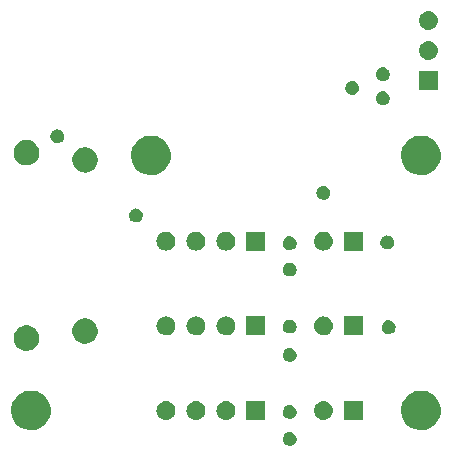
<source format=gbr>
G04 #@! TF.FileFunction,Soldermask,Bot*
%FSLAX46Y46*%
G04 Gerber Fmt 4.6, Leading zero omitted, Abs format (unit mm)*
G04 Created by KiCad (PCBNEW 4.0.2-stable) date Monday, September 10, 2018 'AMt' 08:27:29 AM*
%MOMM*%
G01*
G04 APERTURE LIST*
%ADD10C,0.050000*%
G04 APERTURE END LIST*
D10*
G36*
X127378861Y-99619189D02*
X127491089Y-99642226D01*
X127529844Y-99658517D01*
X127596704Y-99686622D01*
X127691684Y-99750687D01*
X127772415Y-99831984D01*
X127804113Y-99879695D01*
X127835814Y-99927408D01*
X127873797Y-100019563D01*
X127879473Y-100033333D01*
X127893157Y-100102444D01*
X127901725Y-100145716D01*
X127899898Y-100276574D01*
X127874516Y-100388295D01*
X127845805Y-100452780D01*
X127827918Y-100492956D01*
X127827917Y-100492957D01*
X127761877Y-100586576D01*
X127678910Y-100665584D01*
X127582177Y-100726972D01*
X127475363Y-100768402D01*
X127475360Y-100768403D01*
X127393268Y-100782878D01*
X127362536Y-100788297D01*
X127362535Y-100788297D01*
X127324355Y-100787497D01*
X127247994Y-100785898D01*
X127136099Y-100761296D01*
X127031113Y-100715429D01*
X126937036Y-100650044D01*
X126857451Y-100567631D01*
X126809327Y-100492957D01*
X126795388Y-100471328D01*
X126753213Y-100364806D01*
X126732532Y-100252124D01*
X126732532Y-100252121D01*
X126734131Y-100137565D01*
X126757951Y-100025501D01*
X126803084Y-99920198D01*
X126867811Y-99825666D01*
X126908739Y-99785587D01*
X126949668Y-99745506D01*
X127045533Y-99682775D01*
X127151758Y-99639857D01*
X127264296Y-99618389D01*
X127378861Y-99619189D01*
X127378861Y-99619189D01*
G37*
G36*
X105586057Y-96114916D02*
X105908066Y-96181015D01*
X106211099Y-96308398D01*
X106483619Y-96492216D01*
X106715250Y-96725469D01*
X106897157Y-96999262D01*
X107022424Y-97303183D01*
X107086255Y-97625551D01*
X107086255Y-97625559D01*
X107086271Y-97625640D01*
X107081029Y-98001100D01*
X107081010Y-98001183D01*
X107081010Y-98001191D01*
X107008203Y-98321649D01*
X106874500Y-98621951D01*
X106685013Y-98890566D01*
X106446966Y-99117255D01*
X106169421Y-99293390D01*
X105862941Y-99412266D01*
X105539218Y-99469347D01*
X105210573Y-99462463D01*
X104889518Y-99391874D01*
X104588294Y-99260273D01*
X104318364Y-99072666D01*
X104090016Y-98836206D01*
X103911945Y-98559894D01*
X103790936Y-98254258D01*
X103731596Y-97930942D01*
X103736186Y-97602248D01*
X103804530Y-97280717D01*
X103934026Y-96978577D01*
X104119741Y-96707347D01*
X104354605Y-96477351D01*
X104629665Y-96297358D01*
X104934449Y-96174217D01*
X105257345Y-96112621D01*
X105586057Y-96114916D01*
X105586057Y-96114916D01*
G37*
G36*
X138606057Y-96114916D02*
X138928066Y-96181015D01*
X139231099Y-96308398D01*
X139503619Y-96492216D01*
X139735250Y-96725469D01*
X139917157Y-96999262D01*
X140042424Y-97303183D01*
X140106255Y-97625551D01*
X140106255Y-97625559D01*
X140106271Y-97625640D01*
X140101029Y-98001100D01*
X140101010Y-98001183D01*
X140101010Y-98001191D01*
X140028203Y-98321649D01*
X139894500Y-98621951D01*
X139705013Y-98890566D01*
X139466966Y-99117255D01*
X139189421Y-99293390D01*
X138882941Y-99412266D01*
X138559218Y-99469347D01*
X138230573Y-99462463D01*
X137909518Y-99391874D01*
X137608294Y-99260273D01*
X137338364Y-99072666D01*
X137110016Y-98836206D01*
X136931945Y-98559894D01*
X136810936Y-98254258D01*
X136751596Y-97930942D01*
X136756186Y-97602248D01*
X136824530Y-97280717D01*
X136954026Y-96978577D01*
X137139741Y-96707347D01*
X137374605Y-96477351D01*
X137649665Y-96297358D01*
X137954449Y-96174217D01*
X138277345Y-96112621D01*
X138606057Y-96114916D01*
X138606057Y-96114916D01*
G37*
G36*
X116847184Y-96988823D02*
X116854549Y-96988874D01*
X116854553Y-96988874D01*
X116855063Y-96988878D01*
X117010456Y-97006308D01*
X117159503Y-97053589D01*
X117296529Y-97128919D01*
X117416313Y-97229430D01*
X117514293Y-97351292D01*
X117586737Y-97489865D01*
X117630886Y-97639870D01*
X117645057Y-97795593D01*
X117628713Y-97951104D01*
X117582474Y-98100477D01*
X117508102Y-98238025D01*
X117408430Y-98358508D01*
X117287254Y-98457336D01*
X117149191Y-98530746D01*
X116999498Y-98575941D01*
X116843877Y-98591200D01*
X116836123Y-98591200D01*
X116832816Y-98591177D01*
X116825451Y-98591126D01*
X116825447Y-98591126D01*
X116824937Y-98591122D01*
X116669544Y-98573692D01*
X116520497Y-98526411D01*
X116383471Y-98451081D01*
X116263687Y-98350570D01*
X116165707Y-98228708D01*
X116093263Y-98090135D01*
X116049114Y-97940130D01*
X116048278Y-97930939D01*
X116041788Y-97859627D01*
X116034943Y-97784407D01*
X116039663Y-97739501D01*
X116049972Y-97641408D01*
X116051287Y-97628896D01*
X116097526Y-97479523D01*
X116171898Y-97341975D01*
X116271570Y-97221492D01*
X116392746Y-97122664D01*
X116530809Y-97049254D01*
X116680502Y-97004059D01*
X116836123Y-96988800D01*
X116843877Y-96988800D01*
X116847184Y-96988823D01*
X116847184Y-96988823D01*
G37*
G36*
X119387184Y-96988823D02*
X119394549Y-96988874D01*
X119394553Y-96988874D01*
X119395063Y-96988878D01*
X119550456Y-97006308D01*
X119699503Y-97053589D01*
X119836529Y-97128919D01*
X119956313Y-97229430D01*
X120054293Y-97351292D01*
X120126737Y-97489865D01*
X120170886Y-97639870D01*
X120185057Y-97795593D01*
X120168713Y-97951104D01*
X120122474Y-98100477D01*
X120048102Y-98238025D01*
X119948430Y-98358508D01*
X119827254Y-98457336D01*
X119689191Y-98530746D01*
X119539498Y-98575941D01*
X119383877Y-98591200D01*
X119376123Y-98591200D01*
X119372816Y-98591177D01*
X119365451Y-98591126D01*
X119365447Y-98591126D01*
X119364937Y-98591122D01*
X119209544Y-98573692D01*
X119060497Y-98526411D01*
X118923471Y-98451081D01*
X118803687Y-98350570D01*
X118705707Y-98228708D01*
X118633263Y-98090135D01*
X118589114Y-97940130D01*
X118588278Y-97930939D01*
X118581788Y-97859627D01*
X118574943Y-97784407D01*
X118579663Y-97739501D01*
X118589972Y-97641408D01*
X118591287Y-97628896D01*
X118637526Y-97479523D01*
X118711898Y-97341975D01*
X118811570Y-97221492D01*
X118932746Y-97122664D01*
X119070809Y-97049254D01*
X119220502Y-97004059D01*
X119376123Y-96988800D01*
X119383877Y-96988800D01*
X119387184Y-96988823D01*
X119387184Y-96988823D01*
G37*
G36*
X121927184Y-96988823D02*
X121934549Y-96988874D01*
X121934553Y-96988874D01*
X121935063Y-96988878D01*
X122090456Y-97006308D01*
X122239503Y-97053589D01*
X122376529Y-97128919D01*
X122496313Y-97229430D01*
X122594293Y-97351292D01*
X122666737Y-97489865D01*
X122710886Y-97639870D01*
X122725057Y-97795593D01*
X122708713Y-97951104D01*
X122662474Y-98100477D01*
X122588102Y-98238025D01*
X122488430Y-98358508D01*
X122367254Y-98457336D01*
X122229191Y-98530746D01*
X122079498Y-98575941D01*
X121923877Y-98591200D01*
X121916123Y-98591200D01*
X121912816Y-98591177D01*
X121905451Y-98591126D01*
X121905447Y-98591126D01*
X121904937Y-98591122D01*
X121749544Y-98573692D01*
X121600497Y-98526411D01*
X121463471Y-98451081D01*
X121343687Y-98350570D01*
X121245707Y-98228708D01*
X121173263Y-98090135D01*
X121129114Y-97940130D01*
X121128278Y-97930939D01*
X121121788Y-97859627D01*
X121114943Y-97784407D01*
X121119663Y-97739501D01*
X121129972Y-97641408D01*
X121131287Y-97628896D01*
X121177526Y-97479523D01*
X121251898Y-97341975D01*
X121351570Y-97221492D01*
X121472746Y-97122664D01*
X121610809Y-97049254D01*
X121760502Y-97004059D01*
X121916123Y-96988800D01*
X121923877Y-96988800D01*
X121927184Y-96988823D01*
X121927184Y-96988823D01*
G37*
G36*
X125261200Y-98591200D02*
X123658800Y-98591200D01*
X123658800Y-96988800D01*
X125261200Y-96988800D01*
X125261200Y-98591200D01*
X125261200Y-98591200D01*
G37*
G36*
X133516200Y-98591200D02*
X131913800Y-98591200D01*
X131913800Y-96988800D01*
X133516200Y-96988800D01*
X133516200Y-98591200D01*
X133516200Y-98591200D01*
G37*
G36*
X130182184Y-96988823D02*
X130189549Y-96988874D01*
X130189553Y-96988874D01*
X130190063Y-96988878D01*
X130345456Y-97006308D01*
X130494503Y-97053589D01*
X130631529Y-97128919D01*
X130751313Y-97229430D01*
X130849293Y-97351292D01*
X130921737Y-97489865D01*
X130965886Y-97639870D01*
X130980057Y-97795593D01*
X130963713Y-97951104D01*
X130917474Y-98100477D01*
X130843102Y-98238025D01*
X130743430Y-98358508D01*
X130622254Y-98457336D01*
X130484191Y-98530746D01*
X130334498Y-98575941D01*
X130178877Y-98591200D01*
X130171123Y-98591200D01*
X130167816Y-98591177D01*
X130160451Y-98591126D01*
X130160447Y-98591126D01*
X130159937Y-98591122D01*
X130004544Y-98573692D01*
X129855497Y-98526411D01*
X129718471Y-98451081D01*
X129598687Y-98350570D01*
X129500707Y-98228708D01*
X129428263Y-98090135D01*
X129384114Y-97940130D01*
X129383278Y-97930939D01*
X129376788Y-97859627D01*
X129369943Y-97784407D01*
X129374663Y-97739501D01*
X129384972Y-97641408D01*
X129386287Y-97628896D01*
X129432526Y-97479523D01*
X129506898Y-97341975D01*
X129606570Y-97221492D01*
X129727746Y-97122664D01*
X129865809Y-97049254D01*
X130015502Y-97004059D01*
X130171123Y-96988800D01*
X130178877Y-96988800D01*
X130182184Y-96988823D01*
X130182184Y-96988823D01*
G37*
G36*
X127378861Y-97333189D02*
X127491089Y-97356226D01*
X127529844Y-97372517D01*
X127596704Y-97400622D01*
X127691684Y-97464687D01*
X127772415Y-97545984D01*
X127804114Y-97593695D01*
X127835814Y-97641408D01*
X127873797Y-97733563D01*
X127879473Y-97747333D01*
X127889028Y-97795593D01*
X127901725Y-97859716D01*
X127899898Y-97990574D01*
X127874516Y-98102295D01*
X127845805Y-98166780D01*
X127827918Y-98206956D01*
X127827917Y-98206957D01*
X127761877Y-98300576D01*
X127678910Y-98379584D01*
X127582177Y-98440972D01*
X127475363Y-98482402D01*
X127475360Y-98482403D01*
X127393268Y-98496878D01*
X127362536Y-98502297D01*
X127362535Y-98502297D01*
X127324355Y-98501497D01*
X127247994Y-98499898D01*
X127136099Y-98475296D01*
X127031113Y-98429429D01*
X126937036Y-98364044D01*
X126857451Y-98281631D01*
X126829327Y-98237991D01*
X126795388Y-98185328D01*
X126753213Y-98078806D01*
X126732532Y-97966124D01*
X126733023Y-97930939D01*
X126734131Y-97851565D01*
X126757951Y-97739501D01*
X126803084Y-97634198D01*
X126867811Y-97539666D01*
X126929202Y-97479548D01*
X126949668Y-97459506D01*
X127045533Y-97396775D01*
X127151758Y-97353857D01*
X127264296Y-97332389D01*
X127378861Y-97333189D01*
X127378861Y-97333189D01*
G37*
G36*
X127378861Y-92507189D02*
X127491089Y-92530226D01*
X127529844Y-92546517D01*
X127596704Y-92574622D01*
X127691684Y-92638687D01*
X127772415Y-92719984D01*
X127791175Y-92748221D01*
X127835814Y-92815408D01*
X127873797Y-92907563D01*
X127879473Y-92921333D01*
X127893157Y-92990444D01*
X127901725Y-93033716D01*
X127899898Y-93164574D01*
X127874516Y-93276295D01*
X127845805Y-93340780D01*
X127827918Y-93380956D01*
X127827917Y-93380957D01*
X127761877Y-93474576D01*
X127678910Y-93553584D01*
X127582177Y-93614972D01*
X127475363Y-93656402D01*
X127475360Y-93656403D01*
X127393268Y-93670878D01*
X127362536Y-93676297D01*
X127362535Y-93676297D01*
X127324355Y-93675497D01*
X127247994Y-93673898D01*
X127136099Y-93649296D01*
X127031113Y-93603429D01*
X126937036Y-93538044D01*
X126857451Y-93455631D01*
X126809327Y-93380957D01*
X126795388Y-93359328D01*
X126753213Y-93252806D01*
X126732532Y-93140124D01*
X126732532Y-93140121D01*
X126734131Y-93025565D01*
X126757951Y-92913501D01*
X126803084Y-92808198D01*
X126867811Y-92713666D01*
X126908739Y-92673587D01*
X126949668Y-92633506D01*
X127045533Y-92570775D01*
X127151758Y-92527857D01*
X127264296Y-92506389D01*
X127378861Y-92507189D01*
X127378861Y-92507189D01*
G37*
G36*
X105145037Y-90594516D02*
X105351783Y-90636955D01*
X105546343Y-90718741D01*
X105721315Y-90836760D01*
X105870033Y-90986521D01*
X105985617Y-91160490D01*
X105986826Y-91162310D01*
X106004044Y-91204084D01*
X106067253Y-91357441D01*
X106108229Y-91564384D01*
X106108229Y-91564387D01*
X106108246Y-91564473D01*
X106104880Y-91805536D01*
X106104861Y-91805619D01*
X106104861Y-91805627D01*
X106058123Y-92011343D01*
X105972279Y-92204152D01*
X105850619Y-92376617D01*
X105697782Y-92522161D01*
X105519585Y-92635248D01*
X105322809Y-92711573D01*
X105114965Y-92748221D01*
X104903959Y-92743801D01*
X104697825Y-92698480D01*
X104504426Y-92613985D01*
X104331117Y-92493533D01*
X104184507Y-92341714D01*
X104070177Y-92164308D01*
X103992483Y-91968076D01*
X103954384Y-91760493D01*
X103957332Y-91549452D01*
X104001210Y-91343017D01*
X104084354Y-91149028D01*
X104203592Y-90974886D01*
X104354387Y-90827217D01*
X104530988Y-90711653D01*
X104726674Y-90632590D01*
X104933988Y-90593043D01*
X105145037Y-90594516D01*
X105145037Y-90594516D01*
G37*
G36*
X110095037Y-89994516D02*
X110301783Y-90036955D01*
X110496343Y-90118741D01*
X110671315Y-90236760D01*
X110820033Y-90386521D01*
X110936825Y-90562308D01*
X110936826Y-90562310D01*
X110960862Y-90620627D01*
X111017253Y-90757441D01*
X111058229Y-90964384D01*
X111058229Y-90964387D01*
X111058246Y-90964473D01*
X111054880Y-91205536D01*
X111054861Y-91205619D01*
X111054861Y-91205627D01*
X111008123Y-91411343D01*
X110922279Y-91604152D01*
X110800619Y-91776617D01*
X110647782Y-91922161D01*
X110469585Y-92035248D01*
X110272809Y-92111573D01*
X110064965Y-92148221D01*
X109853959Y-92143801D01*
X109647825Y-92098480D01*
X109454426Y-92013985D01*
X109281117Y-91893533D01*
X109134507Y-91741714D01*
X109020177Y-91564308D01*
X108942483Y-91368076D01*
X108904384Y-91160493D01*
X108907332Y-90949452D01*
X108951210Y-90743017D01*
X109034354Y-90549028D01*
X109153592Y-90374886D01*
X109304387Y-90227217D01*
X109480988Y-90111653D01*
X109676674Y-90032590D01*
X109883988Y-89993043D01*
X110095037Y-89994516D01*
X110095037Y-89994516D01*
G37*
G36*
X133516200Y-91428400D02*
X131913800Y-91428400D01*
X131913800Y-89826000D01*
X133516200Y-89826000D01*
X133516200Y-91428400D01*
X133516200Y-91428400D01*
G37*
G36*
X130182184Y-89826023D02*
X130189549Y-89826074D01*
X130189553Y-89826074D01*
X130190063Y-89826078D01*
X130345456Y-89843508D01*
X130494503Y-89890789D01*
X130631529Y-89966119D01*
X130751313Y-90066630D01*
X130849293Y-90188492D01*
X130921737Y-90327065D01*
X130965886Y-90477070D01*
X130980057Y-90632793D01*
X130963713Y-90788304D01*
X130917474Y-90937677D01*
X130843102Y-91075225D01*
X130743430Y-91195708D01*
X130622254Y-91294536D01*
X130484191Y-91367946D01*
X130334498Y-91413141D01*
X130178877Y-91428400D01*
X130171123Y-91428400D01*
X130167816Y-91428377D01*
X130160451Y-91428326D01*
X130160447Y-91428326D01*
X130159937Y-91428322D01*
X130004544Y-91410892D01*
X129855497Y-91363611D01*
X129718471Y-91288281D01*
X129598687Y-91187770D01*
X129500707Y-91065908D01*
X129428263Y-90927335D01*
X129384114Y-90777330D01*
X129369943Y-90621607D01*
X129370037Y-90620716D01*
X129386286Y-90466110D01*
X129386287Y-90466096D01*
X129432526Y-90316723D01*
X129506898Y-90179175D01*
X129606570Y-90058692D01*
X129727746Y-89959864D01*
X129865809Y-89886454D01*
X130015502Y-89841259D01*
X130171123Y-89826000D01*
X130178877Y-89826000D01*
X130182184Y-89826023D01*
X130182184Y-89826023D01*
G37*
G36*
X116847184Y-89826023D02*
X116854549Y-89826074D01*
X116854553Y-89826074D01*
X116855063Y-89826078D01*
X117010456Y-89843508D01*
X117159503Y-89890789D01*
X117296529Y-89966119D01*
X117416313Y-90066630D01*
X117514293Y-90188492D01*
X117586737Y-90327065D01*
X117630886Y-90477070D01*
X117645057Y-90632793D01*
X117628713Y-90788304D01*
X117582474Y-90937677D01*
X117508102Y-91075225D01*
X117408430Y-91195708D01*
X117287254Y-91294536D01*
X117149191Y-91367946D01*
X116999498Y-91413141D01*
X116843877Y-91428400D01*
X116836123Y-91428400D01*
X116832816Y-91428377D01*
X116825451Y-91428326D01*
X116825447Y-91428326D01*
X116824937Y-91428322D01*
X116669544Y-91410892D01*
X116520497Y-91363611D01*
X116383471Y-91288281D01*
X116263687Y-91187770D01*
X116165707Y-91065908D01*
X116093263Y-90927335D01*
X116049114Y-90777330D01*
X116034943Y-90621607D01*
X116035037Y-90620716D01*
X116051286Y-90466110D01*
X116051287Y-90466096D01*
X116097526Y-90316723D01*
X116171898Y-90179175D01*
X116271570Y-90058692D01*
X116392746Y-89959864D01*
X116530809Y-89886454D01*
X116680502Y-89841259D01*
X116836123Y-89826000D01*
X116843877Y-89826000D01*
X116847184Y-89826023D01*
X116847184Y-89826023D01*
G37*
G36*
X119387184Y-89826023D02*
X119394549Y-89826074D01*
X119394553Y-89826074D01*
X119395063Y-89826078D01*
X119550456Y-89843508D01*
X119699503Y-89890789D01*
X119836529Y-89966119D01*
X119956313Y-90066630D01*
X120054293Y-90188492D01*
X120126737Y-90327065D01*
X120170886Y-90477070D01*
X120185057Y-90632793D01*
X120168713Y-90788304D01*
X120122474Y-90937677D01*
X120048102Y-91075225D01*
X119948430Y-91195708D01*
X119827254Y-91294536D01*
X119689191Y-91367946D01*
X119539498Y-91413141D01*
X119383877Y-91428400D01*
X119376123Y-91428400D01*
X119372816Y-91428377D01*
X119365451Y-91428326D01*
X119365447Y-91428326D01*
X119364937Y-91428322D01*
X119209544Y-91410892D01*
X119060497Y-91363611D01*
X118923471Y-91288281D01*
X118803687Y-91187770D01*
X118705707Y-91065908D01*
X118633263Y-90927335D01*
X118589114Y-90777330D01*
X118574943Y-90621607D01*
X118575037Y-90620716D01*
X118591286Y-90466110D01*
X118591287Y-90466096D01*
X118637526Y-90316723D01*
X118711898Y-90179175D01*
X118811570Y-90058692D01*
X118932746Y-89959864D01*
X119070809Y-89886454D01*
X119220502Y-89841259D01*
X119376123Y-89826000D01*
X119383877Y-89826000D01*
X119387184Y-89826023D01*
X119387184Y-89826023D01*
G37*
G36*
X121927184Y-89826023D02*
X121934549Y-89826074D01*
X121934553Y-89826074D01*
X121935063Y-89826078D01*
X122090456Y-89843508D01*
X122239503Y-89890789D01*
X122376529Y-89966119D01*
X122496313Y-90066630D01*
X122594293Y-90188492D01*
X122666737Y-90327065D01*
X122710886Y-90477070D01*
X122725057Y-90632793D01*
X122708713Y-90788304D01*
X122662474Y-90937677D01*
X122588102Y-91075225D01*
X122488430Y-91195708D01*
X122367254Y-91294536D01*
X122229191Y-91367946D01*
X122079498Y-91413141D01*
X121923877Y-91428400D01*
X121916123Y-91428400D01*
X121912816Y-91428377D01*
X121905451Y-91428326D01*
X121905447Y-91428326D01*
X121904937Y-91428322D01*
X121749544Y-91410892D01*
X121600497Y-91363611D01*
X121463471Y-91288281D01*
X121343687Y-91187770D01*
X121245707Y-91065908D01*
X121173263Y-90927335D01*
X121129114Y-90777330D01*
X121114943Y-90621607D01*
X121115037Y-90620716D01*
X121131286Y-90466110D01*
X121131287Y-90466096D01*
X121177526Y-90316723D01*
X121251898Y-90179175D01*
X121351570Y-90058692D01*
X121472746Y-89959864D01*
X121610809Y-89886454D01*
X121760502Y-89841259D01*
X121916123Y-89826000D01*
X121923877Y-89826000D01*
X121927184Y-89826023D01*
X121927184Y-89826023D01*
G37*
G36*
X125261200Y-91428400D02*
X123658800Y-91428400D01*
X123658800Y-89826000D01*
X125261200Y-89826000D01*
X125261200Y-91428400D01*
X125261200Y-91428400D01*
G37*
G36*
X135760861Y-90157689D02*
X135873089Y-90180726D01*
X135891563Y-90188492D01*
X135978704Y-90225122D01*
X136073684Y-90289187D01*
X136154415Y-90370484D01*
X136175625Y-90402408D01*
X136217814Y-90465908D01*
X136235299Y-90508331D01*
X136261473Y-90571833D01*
X136274367Y-90636955D01*
X136283725Y-90684216D01*
X136281898Y-90815074D01*
X136281878Y-90815162D01*
X136281878Y-90815164D01*
X136279139Y-90827218D01*
X136256516Y-90926795D01*
X136238189Y-90967957D01*
X136209918Y-91031456D01*
X136202035Y-91042631D01*
X136143877Y-91125076D01*
X136060910Y-91204084D01*
X135964177Y-91265472D01*
X135857363Y-91306902D01*
X135857360Y-91306903D01*
X135775268Y-91321378D01*
X135744536Y-91326797D01*
X135744535Y-91326797D01*
X135706355Y-91325997D01*
X135629994Y-91324398D01*
X135518099Y-91299796D01*
X135413113Y-91253929D01*
X135319036Y-91188544D01*
X135239451Y-91106131D01*
X135239450Y-91106130D01*
X135177388Y-91009828D01*
X135148821Y-90937677D01*
X135135213Y-90903307D01*
X135123000Y-90836760D01*
X135114532Y-90790624D01*
X135115077Y-90751574D01*
X135116131Y-90676065D01*
X135139951Y-90564001D01*
X135185084Y-90458698D01*
X135249811Y-90364166D01*
X135308206Y-90306982D01*
X135331668Y-90284006D01*
X135427533Y-90221275D01*
X135533758Y-90178357D01*
X135646296Y-90156889D01*
X135760861Y-90157689D01*
X135760861Y-90157689D01*
G37*
G36*
X127378861Y-90094189D02*
X127491089Y-90117226D01*
X127529844Y-90133517D01*
X127596704Y-90161622D01*
X127691684Y-90225687D01*
X127772415Y-90306984D01*
X127804114Y-90354695D01*
X127835814Y-90402408D01*
X127862064Y-90466096D01*
X127879473Y-90508333D01*
X127890160Y-90562308D01*
X127901725Y-90620716D01*
X127899898Y-90751574D01*
X127899878Y-90751662D01*
X127899878Y-90751664D01*
X127891553Y-90788304D01*
X127874516Y-90863295D01*
X127856701Y-90903307D01*
X127827918Y-90967956D01*
X127827917Y-90967957D01*
X127761877Y-91061576D01*
X127678910Y-91140584D01*
X127582177Y-91201972D01*
X127475363Y-91243402D01*
X127475360Y-91243403D01*
X127393268Y-91257878D01*
X127362536Y-91263297D01*
X127362535Y-91263297D01*
X127324355Y-91262497D01*
X127247994Y-91260898D01*
X127136099Y-91236296D01*
X127031113Y-91190429D01*
X126937036Y-91125044D01*
X126857451Y-91042631D01*
X126850249Y-91031456D01*
X126795388Y-90946328D01*
X126753213Y-90839806D01*
X126732532Y-90727124D01*
X126733131Y-90684216D01*
X126734131Y-90612565D01*
X126757951Y-90500501D01*
X126803084Y-90395198D01*
X126867811Y-90300666D01*
X126908739Y-90260587D01*
X126949668Y-90220506D01*
X127045533Y-90157775D01*
X127151758Y-90114857D01*
X127264296Y-90093389D01*
X127378861Y-90094189D01*
X127378861Y-90094189D01*
G37*
G36*
X127378861Y-85268189D02*
X127491089Y-85291226D01*
X127529844Y-85307517D01*
X127596704Y-85335622D01*
X127691684Y-85399687D01*
X127772415Y-85480984D01*
X127804113Y-85528695D01*
X127835814Y-85576408D01*
X127873797Y-85668563D01*
X127879473Y-85682333D01*
X127893157Y-85751444D01*
X127901725Y-85794716D01*
X127899898Y-85925574D01*
X127874516Y-86037295D01*
X127845805Y-86101780D01*
X127827918Y-86141956D01*
X127827917Y-86141957D01*
X127761877Y-86235576D01*
X127678910Y-86314584D01*
X127582177Y-86375972D01*
X127475363Y-86417402D01*
X127475360Y-86417403D01*
X127393268Y-86431878D01*
X127362536Y-86437297D01*
X127362535Y-86437297D01*
X127324355Y-86436497D01*
X127247994Y-86434898D01*
X127136099Y-86410296D01*
X127031113Y-86364429D01*
X126937036Y-86299044D01*
X126857451Y-86216631D01*
X126809327Y-86141957D01*
X126795388Y-86120328D01*
X126753213Y-86013806D01*
X126732532Y-85901124D01*
X126732532Y-85901121D01*
X126734131Y-85786565D01*
X126757951Y-85674501D01*
X126803084Y-85569198D01*
X126867811Y-85474666D01*
X126908739Y-85434587D01*
X126949668Y-85394506D01*
X127045533Y-85331775D01*
X127151758Y-85288857D01*
X127264296Y-85267389D01*
X127378861Y-85268189D01*
X127378861Y-85268189D01*
G37*
G36*
X133516200Y-84265600D02*
X131913800Y-84265600D01*
X131913800Y-82663200D01*
X133516200Y-82663200D01*
X133516200Y-84265600D01*
X133516200Y-84265600D01*
G37*
G36*
X130182184Y-82663223D02*
X130189549Y-82663274D01*
X130189553Y-82663274D01*
X130190063Y-82663278D01*
X130345456Y-82680708D01*
X130494503Y-82727989D01*
X130631529Y-82803319D01*
X130751313Y-82903830D01*
X130849293Y-83025692D01*
X130921737Y-83164265D01*
X130965886Y-83314270D01*
X130978420Y-83452001D01*
X130980057Y-83469996D01*
X130976844Y-83500565D01*
X130963713Y-83625504D01*
X130917474Y-83774877D01*
X130843102Y-83912425D01*
X130743430Y-84032908D01*
X130622254Y-84131736D01*
X130484191Y-84205146D01*
X130334498Y-84250341D01*
X130178877Y-84265600D01*
X130171123Y-84265600D01*
X130167816Y-84265577D01*
X130160451Y-84265526D01*
X130160447Y-84265526D01*
X130159937Y-84265522D01*
X130004544Y-84248092D01*
X129855497Y-84200811D01*
X129718471Y-84125481D01*
X129598687Y-84024970D01*
X129500707Y-83903108D01*
X129428263Y-83764535D01*
X129384114Y-83614530D01*
X129369943Y-83458807D01*
X129386287Y-83303296D01*
X129432526Y-83153923D01*
X129506898Y-83016375D01*
X129606570Y-82895892D01*
X129727746Y-82797064D01*
X129865809Y-82723654D01*
X130015502Y-82678459D01*
X130171123Y-82663200D01*
X130178877Y-82663200D01*
X130182184Y-82663223D01*
X130182184Y-82663223D01*
G37*
G36*
X125261200Y-84265600D02*
X123658800Y-84265600D01*
X123658800Y-82663200D01*
X125261200Y-82663200D01*
X125261200Y-84265600D01*
X125261200Y-84265600D01*
G37*
G36*
X121927184Y-82663223D02*
X121934549Y-82663274D01*
X121934553Y-82663274D01*
X121935063Y-82663278D01*
X122090456Y-82680708D01*
X122239503Y-82727989D01*
X122376529Y-82803319D01*
X122496313Y-82903830D01*
X122594293Y-83025692D01*
X122666737Y-83164265D01*
X122710886Y-83314270D01*
X122723420Y-83452001D01*
X122725057Y-83469996D01*
X122721844Y-83500565D01*
X122708713Y-83625504D01*
X122662474Y-83774877D01*
X122588102Y-83912425D01*
X122488430Y-84032908D01*
X122367254Y-84131736D01*
X122229191Y-84205146D01*
X122079498Y-84250341D01*
X121923877Y-84265600D01*
X121916123Y-84265600D01*
X121912816Y-84265577D01*
X121905451Y-84265526D01*
X121905447Y-84265526D01*
X121904937Y-84265522D01*
X121749544Y-84248092D01*
X121600497Y-84200811D01*
X121463471Y-84125481D01*
X121343687Y-84024970D01*
X121245707Y-83903108D01*
X121173263Y-83764535D01*
X121129114Y-83614530D01*
X121114943Y-83458807D01*
X121131287Y-83303296D01*
X121177526Y-83153923D01*
X121251898Y-83016375D01*
X121351570Y-82895892D01*
X121472746Y-82797064D01*
X121610809Y-82723654D01*
X121760502Y-82678459D01*
X121916123Y-82663200D01*
X121923877Y-82663200D01*
X121927184Y-82663223D01*
X121927184Y-82663223D01*
G37*
G36*
X119387184Y-82663223D02*
X119394549Y-82663274D01*
X119394553Y-82663274D01*
X119395063Y-82663278D01*
X119550456Y-82680708D01*
X119699503Y-82727989D01*
X119836529Y-82803319D01*
X119956313Y-82903830D01*
X120054293Y-83025692D01*
X120126737Y-83164265D01*
X120170886Y-83314270D01*
X120183420Y-83452001D01*
X120185057Y-83469996D01*
X120181844Y-83500565D01*
X120168713Y-83625504D01*
X120122474Y-83774877D01*
X120048102Y-83912425D01*
X119948430Y-84032908D01*
X119827254Y-84131736D01*
X119689191Y-84205146D01*
X119539498Y-84250341D01*
X119383877Y-84265600D01*
X119376123Y-84265600D01*
X119372816Y-84265577D01*
X119365451Y-84265526D01*
X119365447Y-84265526D01*
X119364937Y-84265522D01*
X119209544Y-84248092D01*
X119060497Y-84200811D01*
X118923471Y-84125481D01*
X118803687Y-84024970D01*
X118705707Y-83903108D01*
X118633263Y-83764535D01*
X118589114Y-83614530D01*
X118574943Y-83458807D01*
X118591287Y-83303296D01*
X118637526Y-83153923D01*
X118711898Y-83016375D01*
X118811570Y-82895892D01*
X118932746Y-82797064D01*
X119070809Y-82723654D01*
X119220502Y-82678459D01*
X119376123Y-82663200D01*
X119383877Y-82663200D01*
X119387184Y-82663223D01*
X119387184Y-82663223D01*
G37*
G36*
X116847184Y-82663223D02*
X116854549Y-82663274D01*
X116854553Y-82663274D01*
X116855063Y-82663278D01*
X117010456Y-82680708D01*
X117159503Y-82727989D01*
X117296529Y-82803319D01*
X117416313Y-82903830D01*
X117514293Y-83025692D01*
X117586737Y-83164265D01*
X117630886Y-83314270D01*
X117643420Y-83452001D01*
X117645057Y-83469996D01*
X117641844Y-83500565D01*
X117628713Y-83625504D01*
X117582474Y-83774877D01*
X117508102Y-83912425D01*
X117408430Y-84032908D01*
X117287254Y-84131736D01*
X117149191Y-84205146D01*
X116999498Y-84250341D01*
X116843877Y-84265600D01*
X116836123Y-84265600D01*
X116832816Y-84265577D01*
X116825451Y-84265526D01*
X116825447Y-84265526D01*
X116824937Y-84265522D01*
X116669544Y-84248092D01*
X116520497Y-84200811D01*
X116383471Y-84125481D01*
X116263687Y-84024970D01*
X116165707Y-83903108D01*
X116093263Y-83764535D01*
X116049114Y-83614530D01*
X116034943Y-83458807D01*
X116051287Y-83303296D01*
X116097526Y-83153923D01*
X116171898Y-83016375D01*
X116271570Y-82895892D01*
X116392746Y-82797064D01*
X116530809Y-82723654D01*
X116680502Y-82678459D01*
X116836123Y-82663200D01*
X116843877Y-82663200D01*
X116847184Y-82663223D01*
X116847184Y-82663223D01*
G37*
G36*
X127378861Y-83045689D02*
X127491089Y-83068726D01*
X127529844Y-83085017D01*
X127596704Y-83113122D01*
X127691684Y-83177187D01*
X127772415Y-83258484D01*
X127793625Y-83290408D01*
X127835814Y-83353908D01*
X127853299Y-83396331D01*
X127879473Y-83459833D01*
X127881485Y-83469996D01*
X127901725Y-83572216D01*
X127899898Y-83703074D01*
X127874516Y-83814795D01*
X127856189Y-83855957D01*
X127827918Y-83919456D01*
X127820035Y-83930631D01*
X127761877Y-84013076D01*
X127678910Y-84092084D01*
X127582177Y-84153472D01*
X127475363Y-84194902D01*
X127475360Y-84194903D01*
X127393268Y-84209378D01*
X127362536Y-84214797D01*
X127362535Y-84214797D01*
X127324355Y-84213997D01*
X127247994Y-84212398D01*
X127136099Y-84187796D01*
X127031113Y-84141929D01*
X126937036Y-84076544D01*
X126857451Y-83994131D01*
X126857450Y-83994130D01*
X126795388Y-83897828D01*
X126753213Y-83791306D01*
X126732532Y-83678624D01*
X126733077Y-83639574D01*
X126734131Y-83564065D01*
X126757951Y-83452001D01*
X126803084Y-83346698D01*
X126867811Y-83252166D01*
X126926206Y-83194982D01*
X126949668Y-83172006D01*
X127045533Y-83109275D01*
X127151758Y-83066357D01*
X127264296Y-83044889D01*
X127378861Y-83045689D01*
X127378861Y-83045689D01*
G37*
G36*
X135633861Y-82982189D02*
X135746089Y-83005226D01*
X135772611Y-83016375D01*
X135851704Y-83049622D01*
X135946684Y-83113687D01*
X136027415Y-83194984D01*
X136059113Y-83242695D01*
X136090814Y-83290408D01*
X136128797Y-83382563D01*
X136134473Y-83396333D01*
X136145495Y-83452001D01*
X136156725Y-83508716D01*
X136154898Y-83639574D01*
X136129516Y-83751295D01*
X136111701Y-83791307D01*
X136082918Y-83855956D01*
X136082917Y-83855957D01*
X136016877Y-83949576D01*
X135933910Y-84028584D01*
X135837177Y-84089972D01*
X135745757Y-84125431D01*
X135730360Y-84131403D01*
X135648268Y-84145878D01*
X135617536Y-84151297D01*
X135617535Y-84151297D01*
X135579355Y-84150497D01*
X135502994Y-84148898D01*
X135391099Y-84124296D01*
X135286113Y-84078429D01*
X135192036Y-84013044D01*
X135112451Y-83930631D01*
X135100696Y-83912391D01*
X135050388Y-83834328D01*
X135008213Y-83727806D01*
X134987532Y-83615124D01*
X134988131Y-83572216D01*
X134989131Y-83500565D01*
X135012951Y-83388501D01*
X135058084Y-83283198D01*
X135122811Y-83188666D01*
X135163739Y-83148587D01*
X135204668Y-83108506D01*
X135300533Y-83045775D01*
X135406758Y-83002857D01*
X135519296Y-82981389D01*
X135633861Y-82982189D01*
X135633861Y-82982189D01*
G37*
G36*
X114361361Y-80696189D02*
X114473589Y-80719226D01*
X114512344Y-80735517D01*
X114579204Y-80763622D01*
X114674184Y-80827687D01*
X114754915Y-80908984D01*
X114786614Y-80956695D01*
X114818314Y-81004408D01*
X114856297Y-81096563D01*
X114861973Y-81110333D01*
X114875657Y-81179444D01*
X114884225Y-81222716D01*
X114882398Y-81353574D01*
X114857016Y-81465295D01*
X114828305Y-81529780D01*
X114810418Y-81569956D01*
X114810417Y-81569957D01*
X114744377Y-81663576D01*
X114661410Y-81742584D01*
X114564677Y-81803972D01*
X114457863Y-81845402D01*
X114457860Y-81845403D01*
X114375768Y-81859878D01*
X114345036Y-81865297D01*
X114345035Y-81865297D01*
X114306855Y-81864497D01*
X114230494Y-81862898D01*
X114118599Y-81838296D01*
X114013613Y-81792429D01*
X113919536Y-81727044D01*
X113839951Y-81644631D01*
X113791827Y-81569957D01*
X113777888Y-81548328D01*
X113735713Y-81441806D01*
X113715032Y-81329124D01*
X113715032Y-81329121D01*
X113716631Y-81214565D01*
X113740451Y-81102501D01*
X113785584Y-80997198D01*
X113850311Y-80902666D01*
X113891239Y-80862587D01*
X113932168Y-80822506D01*
X114028033Y-80759775D01*
X114134258Y-80716857D01*
X114246796Y-80695389D01*
X114361361Y-80696189D01*
X114361361Y-80696189D01*
G37*
G36*
X130236361Y-78791189D02*
X130348589Y-78814226D01*
X130387344Y-78830517D01*
X130454204Y-78858622D01*
X130549184Y-78922687D01*
X130629915Y-79003984D01*
X130661613Y-79051695D01*
X130693314Y-79099408D01*
X130731297Y-79191563D01*
X130736973Y-79205333D01*
X130750657Y-79274444D01*
X130759225Y-79317716D01*
X130757398Y-79448574D01*
X130732016Y-79560295D01*
X130703305Y-79624780D01*
X130685418Y-79664956D01*
X130685417Y-79664957D01*
X130619377Y-79758576D01*
X130536410Y-79837584D01*
X130439677Y-79898972D01*
X130332863Y-79940402D01*
X130332860Y-79940403D01*
X130250768Y-79954878D01*
X130220036Y-79960297D01*
X130220035Y-79960297D01*
X130181855Y-79959497D01*
X130105494Y-79957898D01*
X129993599Y-79933296D01*
X129888613Y-79887429D01*
X129794536Y-79822044D01*
X129714951Y-79739631D01*
X129666827Y-79664957D01*
X129652888Y-79643328D01*
X129610713Y-79536806D01*
X129590032Y-79424124D01*
X129590032Y-79424121D01*
X129591631Y-79309565D01*
X129615451Y-79197501D01*
X129660584Y-79092198D01*
X129725311Y-78997666D01*
X129766239Y-78957587D01*
X129807168Y-78917506D01*
X129903033Y-78854775D01*
X130009258Y-78811857D01*
X130121796Y-78790389D01*
X130236361Y-78791189D01*
X130236361Y-78791189D01*
G37*
G36*
X138606057Y-74524916D02*
X138928066Y-74591015D01*
X139231099Y-74718398D01*
X139503619Y-74902216D01*
X139735250Y-75135469D01*
X139917157Y-75409262D01*
X140042424Y-75713183D01*
X140106255Y-76035551D01*
X140106255Y-76035559D01*
X140106271Y-76035640D01*
X140101029Y-76411100D01*
X140101010Y-76411183D01*
X140101010Y-76411191D01*
X140028203Y-76731649D01*
X139894500Y-77031951D01*
X139705013Y-77300566D01*
X139466966Y-77527255D01*
X139189421Y-77703390D01*
X138882941Y-77822266D01*
X138559218Y-77879347D01*
X138230573Y-77872463D01*
X137909518Y-77801874D01*
X137608294Y-77670273D01*
X137383426Y-77513985D01*
X137338365Y-77482667D01*
X137279934Y-77422160D01*
X137110016Y-77246206D01*
X136931945Y-76969894D01*
X136810936Y-76664258D01*
X136751596Y-76340942D01*
X136756186Y-76012248D01*
X136824530Y-75690717D01*
X136954026Y-75388577D01*
X137139741Y-75117347D01*
X137374605Y-74887351D01*
X137649665Y-74707358D01*
X137954449Y-74584217D01*
X138277345Y-74522621D01*
X138606057Y-74524916D01*
X138606057Y-74524916D01*
G37*
G36*
X115746057Y-74524916D02*
X116068066Y-74591015D01*
X116371099Y-74718398D01*
X116643619Y-74902216D01*
X116875250Y-75135469D01*
X117057157Y-75409262D01*
X117182424Y-75713183D01*
X117246255Y-76035551D01*
X117246255Y-76035559D01*
X117246271Y-76035640D01*
X117241029Y-76411100D01*
X117241010Y-76411183D01*
X117241010Y-76411191D01*
X117168203Y-76731649D01*
X117034500Y-77031951D01*
X116845013Y-77300566D01*
X116606966Y-77527255D01*
X116329421Y-77703390D01*
X116022941Y-77822266D01*
X115699218Y-77879347D01*
X115370573Y-77872463D01*
X115049518Y-77801874D01*
X114748294Y-77670273D01*
X114523426Y-77513985D01*
X114478365Y-77482667D01*
X114419934Y-77422160D01*
X114250016Y-77246206D01*
X114071945Y-76969894D01*
X113950936Y-76664258D01*
X113891596Y-76340942D01*
X113896186Y-76012248D01*
X113964530Y-75690717D01*
X114094026Y-75388577D01*
X114279741Y-75117347D01*
X114514605Y-74887351D01*
X114789665Y-74707358D01*
X115094449Y-74584217D01*
X115417345Y-74522621D01*
X115746057Y-74524916D01*
X115746057Y-74524916D01*
G37*
G36*
X110095037Y-75494516D02*
X110301783Y-75536955D01*
X110496343Y-75618741D01*
X110671315Y-75736760D01*
X110820033Y-75886521D01*
X110936825Y-76062308D01*
X111017253Y-76257441D01*
X111058229Y-76464384D01*
X111058229Y-76464387D01*
X111058246Y-76464473D01*
X111054880Y-76705536D01*
X111054861Y-76705619D01*
X111054861Y-76705627D01*
X111008123Y-76911343D01*
X110922279Y-77104152D01*
X110800619Y-77276617D01*
X110647782Y-77422161D01*
X110469585Y-77535248D01*
X110272809Y-77611573D01*
X110064965Y-77648221D01*
X109853959Y-77643801D01*
X109647825Y-77598480D01*
X109454426Y-77513985D01*
X109281117Y-77393533D01*
X109134507Y-77241714D01*
X109020177Y-77064308D01*
X108942483Y-76868076D01*
X108904384Y-76660493D01*
X108907332Y-76449452D01*
X108951210Y-76243017D01*
X109034354Y-76049028D01*
X109153592Y-75874886D01*
X109304387Y-75727217D01*
X109480988Y-75611653D01*
X109676674Y-75532590D01*
X109883988Y-75493043D01*
X110095037Y-75494516D01*
X110095037Y-75494516D01*
G37*
G36*
X105145037Y-74894516D02*
X105351783Y-74936955D01*
X105546343Y-75018741D01*
X105721315Y-75136760D01*
X105870033Y-75286521D01*
X105986825Y-75462308D01*
X105986826Y-75462310D01*
X106000100Y-75494516D01*
X106067253Y-75657441D01*
X106108229Y-75864384D01*
X106108229Y-75864387D01*
X106108246Y-75864473D01*
X106104880Y-76105536D01*
X106104861Y-76105619D01*
X106104861Y-76105627D01*
X106058123Y-76311343D01*
X105972279Y-76504152D01*
X105850619Y-76676617D01*
X105697782Y-76822161D01*
X105519585Y-76935248D01*
X105322809Y-77011573D01*
X105114965Y-77048221D01*
X104903959Y-77043801D01*
X104697825Y-76998480D01*
X104504426Y-76913985D01*
X104331117Y-76793533D01*
X104184507Y-76641714D01*
X104070177Y-76464308D01*
X103992483Y-76268076D01*
X103954384Y-76060493D01*
X103957332Y-75849452D01*
X104001210Y-75643017D01*
X104084354Y-75449028D01*
X104203592Y-75274886D01*
X104354387Y-75127217D01*
X104530988Y-75011653D01*
X104726674Y-74932590D01*
X104933988Y-74893043D01*
X105145037Y-74894516D01*
X105145037Y-74894516D01*
G37*
G36*
X107706561Y-73990589D02*
X107818789Y-74013626D01*
X107857544Y-74029917D01*
X107924404Y-74058022D01*
X108019384Y-74122087D01*
X108100115Y-74203384D01*
X108131814Y-74251095D01*
X108163514Y-74298808D01*
X108201497Y-74390963D01*
X108207173Y-74404733D01*
X108220857Y-74473844D01*
X108229425Y-74517116D01*
X108227598Y-74647974D01*
X108202216Y-74759695D01*
X108173505Y-74824180D01*
X108155618Y-74864356D01*
X108155617Y-74864357D01*
X108089577Y-74957976D01*
X108006610Y-75036984D01*
X107909877Y-75098372D01*
X107803063Y-75139802D01*
X107803060Y-75139803D01*
X107720968Y-75154278D01*
X107690236Y-75159697D01*
X107690235Y-75159697D01*
X107652055Y-75158897D01*
X107575694Y-75157298D01*
X107463799Y-75132696D01*
X107358813Y-75086829D01*
X107264736Y-75021444D01*
X107185151Y-74939031D01*
X107183813Y-74936955D01*
X107123088Y-74842728D01*
X107080913Y-74736206D01*
X107060232Y-74623524D01*
X107060781Y-74584217D01*
X107061831Y-74508965D01*
X107085651Y-74396901D01*
X107130784Y-74291598D01*
X107195511Y-74197066D01*
X107236439Y-74156987D01*
X107277368Y-74116906D01*
X107373233Y-74054175D01*
X107479458Y-74011257D01*
X107591996Y-73989789D01*
X107706561Y-73990589D01*
X107706561Y-73990589D01*
G37*
G36*
X135265561Y-70764789D02*
X135377789Y-70787826D01*
X135416544Y-70804117D01*
X135483404Y-70832222D01*
X135578384Y-70896287D01*
X135659115Y-70977584D01*
X135679967Y-71008970D01*
X135722514Y-71073008D01*
X135760497Y-71165163D01*
X135766173Y-71178933D01*
X135779857Y-71248044D01*
X135788425Y-71291316D01*
X135786598Y-71422174D01*
X135761216Y-71533895D01*
X135732505Y-71598380D01*
X135714618Y-71638556D01*
X135714617Y-71638557D01*
X135648577Y-71732176D01*
X135565610Y-71811184D01*
X135468877Y-71872572D01*
X135362063Y-71914002D01*
X135362060Y-71914003D01*
X135279968Y-71928478D01*
X135249236Y-71933897D01*
X135249235Y-71933897D01*
X135211055Y-71933097D01*
X135134694Y-71931498D01*
X135022799Y-71906896D01*
X134917813Y-71861029D01*
X134823736Y-71795644D01*
X134744151Y-71713231D01*
X134696027Y-71638557D01*
X134682088Y-71616928D01*
X134639913Y-71510406D01*
X134619232Y-71397724D01*
X134619232Y-71397721D01*
X134620831Y-71283165D01*
X134644651Y-71171101D01*
X134689784Y-71065798D01*
X134754511Y-70971266D01*
X134795439Y-70931187D01*
X134836368Y-70891106D01*
X134932233Y-70828375D01*
X135038458Y-70785457D01*
X135150996Y-70763989D01*
X135265561Y-70764789D01*
X135265561Y-70764789D01*
G37*
G36*
X132674761Y-69901189D02*
X132786989Y-69924226D01*
X132825744Y-69940517D01*
X132892604Y-69968622D01*
X132987584Y-70032687D01*
X133068315Y-70113984D01*
X133100014Y-70161695D01*
X133131714Y-70209408D01*
X133169697Y-70301563D01*
X133175373Y-70315333D01*
X133189057Y-70384444D01*
X133197625Y-70427716D01*
X133195798Y-70558574D01*
X133170416Y-70670295D01*
X133141705Y-70734780D01*
X133123818Y-70774956D01*
X133101804Y-70806163D01*
X133057777Y-70868576D01*
X132974810Y-70947584D01*
X132878077Y-71008972D01*
X132771263Y-71050402D01*
X132771260Y-71050403D01*
X132689168Y-71064878D01*
X132658436Y-71070297D01*
X132658435Y-71070297D01*
X132620255Y-71069497D01*
X132543894Y-71067898D01*
X132431999Y-71043296D01*
X132327013Y-70997429D01*
X132232936Y-70932044D01*
X132153351Y-70849631D01*
X132142132Y-70832223D01*
X132091288Y-70753328D01*
X132058412Y-70670293D01*
X132049113Y-70646807D01*
X132032936Y-70558664D01*
X132028432Y-70534124D01*
X132028432Y-70534121D01*
X132030031Y-70419565D01*
X132053851Y-70307501D01*
X132098984Y-70202198D01*
X132163711Y-70107666D01*
X132204639Y-70067587D01*
X132245568Y-70027506D01*
X132341433Y-69964775D01*
X132447658Y-69921857D01*
X132560196Y-69900389D01*
X132674761Y-69901189D01*
X132674761Y-69901189D01*
G37*
G36*
X139866200Y-70651200D02*
X138263800Y-70651200D01*
X138263800Y-69048800D01*
X139866200Y-69048800D01*
X139866200Y-70651200D01*
X139866200Y-70651200D01*
G37*
G36*
X135265561Y-68732789D02*
X135377789Y-68755826D01*
X135416544Y-68772117D01*
X135483404Y-68800222D01*
X135578384Y-68864287D01*
X135659115Y-68945584D01*
X135690813Y-68993295D01*
X135722514Y-69041008D01*
X135760497Y-69133163D01*
X135766173Y-69146933D01*
X135779857Y-69216044D01*
X135788425Y-69259316D01*
X135786598Y-69390174D01*
X135761216Y-69501895D01*
X135732505Y-69566380D01*
X135714618Y-69606556D01*
X135714617Y-69606557D01*
X135648577Y-69700176D01*
X135565610Y-69779184D01*
X135468877Y-69840572D01*
X135362063Y-69882002D01*
X135362060Y-69882003D01*
X135279968Y-69896478D01*
X135249236Y-69901897D01*
X135249235Y-69901897D01*
X135211055Y-69901097D01*
X135134694Y-69899498D01*
X135022799Y-69874896D01*
X134917813Y-69829029D01*
X134823736Y-69763644D01*
X134744151Y-69681231D01*
X134696027Y-69606557D01*
X134682088Y-69584928D01*
X134639913Y-69478406D01*
X134619232Y-69365724D01*
X134619232Y-69365721D01*
X134620831Y-69251165D01*
X134644651Y-69139101D01*
X134689784Y-69033798D01*
X134754511Y-68939266D01*
X134795439Y-68899187D01*
X134836368Y-68859106D01*
X134932233Y-68796375D01*
X135038458Y-68753457D01*
X135150996Y-68731989D01*
X135265561Y-68732789D01*
X135265561Y-68732789D01*
G37*
G36*
X139072184Y-66508823D02*
X139079549Y-66508874D01*
X139079553Y-66508874D01*
X139080063Y-66508878D01*
X139235456Y-66526308D01*
X139384503Y-66573589D01*
X139521529Y-66648919D01*
X139641313Y-66749430D01*
X139739293Y-66871292D01*
X139811737Y-67009865D01*
X139855886Y-67159870D01*
X139870057Y-67315593D01*
X139853713Y-67471104D01*
X139807474Y-67620477D01*
X139733102Y-67758025D01*
X139633430Y-67878508D01*
X139512254Y-67977336D01*
X139374191Y-68050746D01*
X139224498Y-68095941D01*
X139068877Y-68111200D01*
X139061123Y-68111200D01*
X139057816Y-68111177D01*
X139050451Y-68111126D01*
X139050447Y-68111126D01*
X139049937Y-68111122D01*
X138894544Y-68093692D01*
X138745497Y-68046411D01*
X138608471Y-67971081D01*
X138488687Y-67870570D01*
X138390707Y-67748708D01*
X138318263Y-67610135D01*
X138274114Y-67460130D01*
X138259943Y-67304407D01*
X138276287Y-67148896D01*
X138322526Y-66999523D01*
X138396898Y-66861975D01*
X138496570Y-66741492D01*
X138617746Y-66642664D01*
X138755809Y-66569254D01*
X138905502Y-66524059D01*
X139061123Y-66508800D01*
X139068877Y-66508800D01*
X139072184Y-66508823D01*
X139072184Y-66508823D01*
G37*
G36*
X139072184Y-63968823D02*
X139079549Y-63968874D01*
X139079553Y-63968874D01*
X139080063Y-63968878D01*
X139235456Y-63986308D01*
X139384503Y-64033589D01*
X139521529Y-64108919D01*
X139641313Y-64209430D01*
X139739293Y-64331292D01*
X139811737Y-64469865D01*
X139855886Y-64619870D01*
X139870057Y-64775593D01*
X139853713Y-64931104D01*
X139807474Y-65080477D01*
X139733102Y-65218025D01*
X139633430Y-65338508D01*
X139512254Y-65437336D01*
X139374191Y-65510746D01*
X139224498Y-65555941D01*
X139068877Y-65571200D01*
X139061123Y-65571200D01*
X139057816Y-65571177D01*
X139050451Y-65571126D01*
X139050447Y-65571126D01*
X139049937Y-65571122D01*
X138894544Y-65553692D01*
X138745497Y-65506411D01*
X138608471Y-65431081D01*
X138488687Y-65330570D01*
X138390707Y-65208708D01*
X138318263Y-65070135D01*
X138274114Y-64920130D01*
X138259943Y-64764407D01*
X138276287Y-64608896D01*
X138322526Y-64459523D01*
X138396898Y-64321975D01*
X138496570Y-64201492D01*
X138617746Y-64102664D01*
X138755809Y-64029254D01*
X138905502Y-63984059D01*
X139061123Y-63968800D01*
X139068877Y-63968800D01*
X139072184Y-63968823D01*
X139072184Y-63968823D01*
G37*
M02*

</source>
